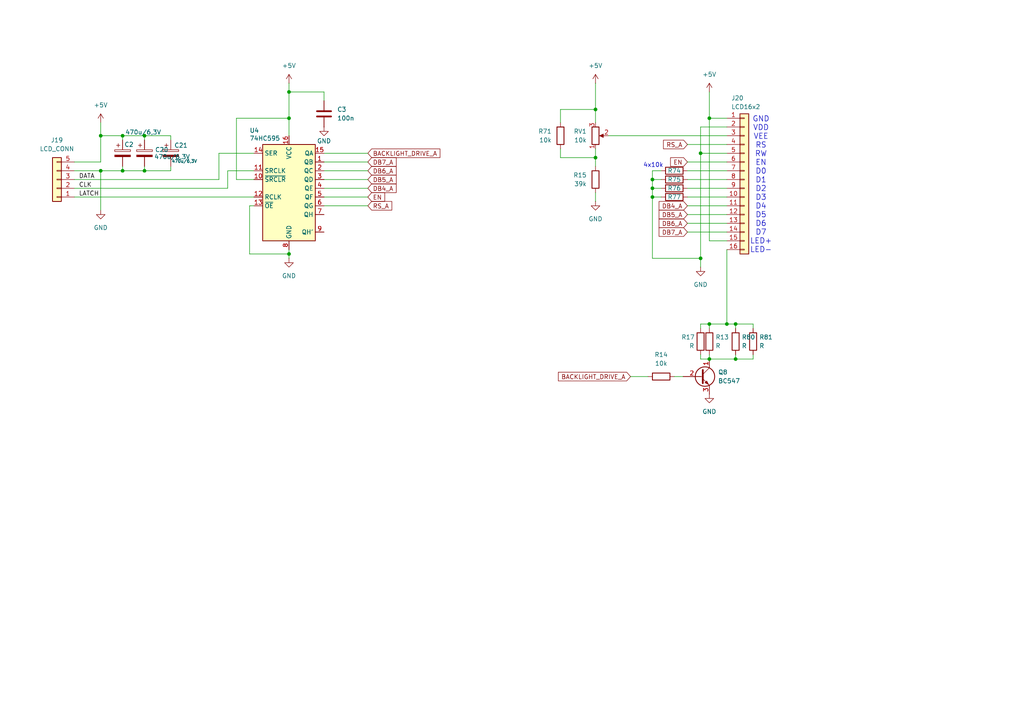
<source format=kicad_sch>
(kicad_sch (version 20231120) (generator "eeschema") (generator_version "8.0")
  (paper "A4")
  (lib_symbols
    (symbol "74xx:74HC595"
      (property "Reference" "U" (at -7.62 13.97 0))
      (property "Value" "74HC595" (at -7.62 -16.51 0))
      (symbol "74HC595_1_0"
        (pin tri_state line (at 10.16 7.62 180) (length 2.54) (name "QB") (number "1"))
        (pin input line (at -10.16 2.54 0) (length 2.54) (name "~{SRCLR}") (number "10"))
        (pin input line (at -10.16 5.08 0) (length 2.54) (name "SRCLK") (number "11"))
        (pin input line (at -10.16 -2.54 0) (length 2.54) (name "RCLK") (number "12"))
        (pin input line (at -10.16 -5.08 0) (length 2.54) (name "~{OE}") (number "13"))
        (pin input line (at -10.16 10.16 0) (length 2.54) (name "SER") (number "14"))
        (pin tri_state line (at 10.16 10.16 180) (length 2.54) (name "QA") (number "15"))
        (pin power_in line (at 0 15.24 270) (length 2.54) (name "VCC") (number "16"))
        (pin tri_state line (at 10.16 5.08 180) (length 2.54) (name "QC") (number "2"))
        (pin tri_state line (at 10.16 2.54 180) (length 2.54) (name "QD") (number "3"))
        (pin tri_state line (at 10.16 0 180) (length 2.54) (name "QE") (number "4"))
        (pin tri_state line (at 10.16 -2.54 180) (length 2.54) (name "QF") (number "5"))
        (pin tri_state line (at 10.16 -5.08 180) (length 2.54) (name "QG") (number "6"))
        (pin tri_state line (at 10.16 -7.62 180) (length 2.54) (name "QH") (number "7"))
        (pin power_in line (at 0 -17.78 90) (length 2.54) (name "GND") (number "8"))
        (pin output line (at 10.16 -12.7 180) (length 2.54) (name "QH'") (number "9"))
      )
      (symbol "74HC595_1_1"
        (rectangle (start -7.62 12.7) (end 7.62 -15.24) (stroke (width 0.254)) (fill (type background)))
      )
    )
    (symbol "Connector_Generic:Conn_01x05" (pin_names (offset 1.016) hide)
      (property "Reference" "J" (at 0 7.62 0))
      (property "Value" "Conn_01x05" (at 0 -7.62 0))
      (symbol "Conn_01x05_1_1"
        (rectangle (start -1.27 -4.953) (end 0 -5.207) (stroke (width 0.1524)))
        (rectangle (start -1.27 -2.413) (end 0 -2.667) (stroke (width 0.1524)))
        (rectangle (start -1.27 0.127) (end 0 -0.127) (stroke (width 0.1524)))
        (rectangle (start -1.27 2.667) (end 0 2.413) (stroke (width 0.1524)))
        (rectangle (start -1.27 5.207) (end 0 4.953) (stroke (width 0.1524)))
        (rectangle (start -1.27 6.35) (end 1.27 -6.35) (stroke (width 0.254)) (fill (type background)))
        (pin passive line (at -5.08 5.08 0) (length 3.81) (name "Pin_1") (number "1"))
        (pin passive line (at -5.08 2.54 0) (length 3.81) (name "Pin_2") (number "2"))
        (pin passive line (at -5.08 0 0) (length 3.81) (name "Pin_3") (number "3"))
        (pin passive line (at -5.08 -2.54 0) (length 3.81) (name "Pin_4") (number "4"))
        (pin passive line (at -5.08 -5.08 0) (length 3.81) (name "Pin_5") (number "5"))
      )
    )
    (symbol "Connector_Generic:Conn_01x16" (pin_names (offset 1.016) hide)
      (property "Reference" "J" (at 0 20.32 0))
      (property "Value" "Conn_01x16" (at 0 -22.86 0))
      (symbol "Conn_01x16_1_1"
        (rectangle (start -1.27 -20.193) (end 0 -20.447) (stroke (width 0.1524)))
        (rectangle (start -1.27 -17.653) (end 0 -17.907) (stroke (width 0.1524)))
        (rectangle (start -1.27 -15.113) (end 0 -15.367) (stroke (width 0.1524)))
        (rectangle (start -1.27 -12.573) (end 0 -12.827) (stroke (width 0.1524)))
        (rectangle (start -1.27 -10.033) (end 0 -10.287) (stroke (width 0.1524)))
        (rectangle (start -1.27 -7.493) (end 0 -7.747) (stroke (width 0.1524)))
        (rectangle (start -1.27 -4.953) (end 0 -5.207) (stroke (width 0.1524)))
        (rectangle (start -1.27 -2.413) (end 0 -2.667) (stroke (width 0.1524)))
        (rectangle (start -1.27 0.127) (end 0 -0.127) (stroke (width 0.1524)))
        (rectangle (start -1.27 2.667) (end 0 2.413) (stroke (width 0.1524)))
        (rectangle (start -1.27 5.207) (end 0 4.953) (stroke (width 0.1524)))
        (rectangle (start -1.27 7.747) (end 0 7.493) (stroke (width 0.1524)))
        (rectangle (start -1.27 10.287) (end 0 10.033) (stroke (width 0.1524)))
        (rectangle (start -1.27 12.827) (end 0 12.573) (stroke (width 0.1524)))
        (rectangle (start -1.27 15.367) (end 0 15.113) (stroke (width 0.1524)))
        (rectangle (start -1.27 17.907) (end 0 17.653) (stroke (width 0.1524)))
        (rectangle (start -1.27 19.05) (end 1.27 -21.59) (stroke (width 0.254)) (fill (type background)))
        (pin passive line (at -5.08 17.78 0) (length 3.81) (name "Pin_1") (number "1"))
        (pin passive line (at -5.08 -5.08 0) (length 3.81) (name "Pin_10") (number "10"))
        (pin passive line (at -5.08 -7.62 0) (length 3.81) (name "Pin_11") (number "11"))
        (pin passive line (at -5.08 -10.16 0) (length 3.81) (name "Pin_12") (number "12"))
        (pin passive line (at -5.08 -12.7 0) (length 3.81) (name "Pin_13") (number "13"))
        (pin passive line (at -5.08 -15.24 0) (length 3.81) (name "Pin_14") (number "14"))
        (pin passive line (at -5.08 -17.78 0) (length 3.81) (name "Pin_15") (number "15"))
        (pin passive line (at -5.08 -20.32 0) (length 3.81) (name "Pin_16") (number "16"))
        (pin passive line (at -5.08 15.24 0) (length 3.81) (name "Pin_2") (number "2"))
        (pin passive line (at -5.08 12.7 0) (length 3.81) (name "Pin_3") (number "3"))
        (pin passive line (at -5.08 10.16 0) (length 3.81) (name "Pin_4") (number "4"))
        (pin passive line (at -5.08 7.62 0) (length 3.81) (name "Pin_5") (number "5"))
        (pin passive line (at -5.08 5.08 0) (length 3.81) (name "Pin_6") (number "6"))
        (pin passive line (at -5.08 2.54 0) (length 3.81) (name "Pin_7") (number "7"))
        (pin passive line (at -5.08 0 0) (length 3.81) (name "Pin_8") (number "8"))
        (pin passive line (at -5.08 -2.54 0) (length 3.81) (name "Pin_9") (number "9"))
      )
    )
    (symbol "Device:C" (pin_numbers hide) (pin_names (offset 0.254))
      (property "Reference" "C" (at 0.635 2.54 0))
      (property "Value" "C" (at 0.635 -2.54 0))
      (symbol "C_0_1"
        (polyline (pts (xy -2.032 -0.762) (xy 2.032 -0.762)) (stroke (width 0.508)))
        (polyline (pts (xy -2.032 0.762) (xy 2.032 0.762)) (stroke (width 0.508)))
      )
      (symbol "C_1_1"
        (pin passive line (at 0 3.81 270) (length 2.794) (name "~") (number "1"))
        (pin passive line (at 0 -3.81 90) (length 2.794) (name "~") (number "2"))
      )
    )
    (symbol "Device:C_Polarized" (pin_numbers hide) (pin_names (offset 0.254))
      (property "Reference" "C" (at 0.635 2.54 0))
      (property "Value" "C_Polarized" (at 0.635 -2.54 0))
      (symbol "C_Polarized_0_1"
        (rectangle (start -2.286 0.508) (end 2.286 1.016))
        (polyline (pts (xy -1.778 2.286) (xy -0.762 2.286)))
        (polyline (pts (xy -1.27 2.794) (xy -1.27 1.778)))
        (rectangle (start 2.286 -0.508) (end -2.286 -1.016) (fill (type outline)))
      )
      (symbol "C_Polarized_1_1"
        (pin passive line (at 0 3.81 270) (length 2.794) (name "~") (number "1"))
        (pin passive line (at 0 -3.81 90) (length 2.794) (name "~") (number "2"))
      )
    )
    (symbol "Device:R" (pin_numbers hide) (pin_names (offset 0))
      (property "Reference" "R" (at 2.032 0 90))
      (property "Value" "R" (at 0 0 90))
      (symbol "R_0_1"
        (rectangle (start -1.016 -2.54) (end 1.016 2.54) (stroke (width 0.254)))
      )
      (symbol "R_1_1"
        (pin passive line (at 0 3.81 270) (length 1.27) (name "~") (number "1"))
        (pin passive line (at 0 -3.81 90) (length 1.27) (name "~") (number "2"))
      )
    )
    (symbol "Device:R_Potentiometer" (pin_names (offset 1.016) hide)
      (property "Reference" "RV" (at -4.445 0 90))
      (property "Value" "R_Potentiometer" (at -2.54 0 90))
      (symbol "R_Potentiometer_0_1"
        (polyline (pts (xy 2.54 0) (xy 1.524 0)))
        (polyline (pts (xy 1.143 0) (xy 2.286 0.508) (xy 2.286 -0.508) (xy 1.143 0)) (fill (type outline)))
        (rectangle (start 1.016 2.54) (end -1.016 -2.54) (stroke (width 0.254)))
      )
      (symbol "R_Potentiometer_1_1"
        (pin passive line (at 0 3.81 270) (length 1.27) (name "1") (number "1"))
        (pin passive line (at 3.81 0 180) (length 1.27) (name "2") (number "2"))
        (pin passive line (at 0 -3.81 90) (length 1.27) (name "3") (number "3"))
      )
    )
    (symbol "Transistor_BJT:BC547" (pin_names (offset 0) hide)
      (property "Reference" "Q" (at 5.08 1.905 0))
      (property "Value" "BC547" (at 5.08 0 0))
      (symbol "BC547_0_1"
        (polyline (pts (xy 0 0) (xy 0.635 0)))
        (polyline (pts (xy 0.635 0.635) (xy 2.54 2.54)))
        (polyline (pts (xy 0.635 -0.635) (xy 2.54 -2.54) (xy 2.54 -2.54)))
        (polyline (pts (xy 0.635 1.905) (xy 0.635 -1.905) (xy 0.635 -1.905)) (stroke (width 0.508)))
        (polyline (pts (xy 1.27 -1.778) (xy 1.778 -1.27) (xy 2.286 -2.286) (xy 1.27 -1.778) (xy 1.27 -1.778)) (fill (type outline)))
        (circle (center 1.27 0) (radius 2.8194) (stroke (width 0.254)))
      )
      (symbol "BC547_1_1"
        (pin passive line (at 2.54 5.08 270) (length 2.54) (name "C") (number "1"))
        (pin input line (at -5.08 0 0) (length 5.08) (name "B") (number "2"))
        (pin passive line (at 2.54 -5.08 90) (length 2.54) (name "E") (number "3"))
      )
    )
    (symbol "power:+5V" (power) (pin_numbers hide) (pin_names (offset 0) hide)
      (property "Value" "+5V" (at 0 3.556 0))
      (symbol "+5V_0_1"
        (polyline (pts (xy -0.762 1.27) (xy 0 2.54)))
        (polyline (pts (xy 0 0) (xy 0 2.54)))
        (polyline (pts (xy 0 2.54) (xy 0.762 1.27)))
      )
      (symbol "+5V_1_1"
        (pin power_in line (at 0 0 90) (length 0) (name "~") (number "1"))
      )
    )
    (symbol "power:GND" (power) (pin_numbers hide) (pin_names (offset 0) hide)
      (property "Value" "GND" (at 0 -3.81 0))
      (symbol "GND_0_1"
        (polyline (pts (xy 0 0) (xy 0 -1.27) (xy 1.27 -1.27) (xy 0 -2.54) (xy -1.27 -1.27) (xy 0 -1.27)))
      )
      (symbol "GND_1_1"
        (pin power_in line (at 0 0 270) (length 0) (name "~") (number "1"))
      )
    )
  )
  (junction (at 41.91 49.53))
  (junction (at 213.36 93.98))
  (junction (at 205.74 34.29))
  (junction (at 29.21 39.37))
  (junction (at 83.82 26.67))
  (junction (at 83.82 34.29))
  (junction (at 189.23 52.07))
  (junction (at 172.72 31.75))
  (junction (at 213.36 104.14))
  (junction (at 189.23 57.15))
  (junction (at 172.72 45.72))
  (junction (at 29.21 49.53))
  (junction (at 205.74 104.14))
  (junction (at 83.82 73.66))
  (junction (at 189.23 54.61))
  (junction (at 41.91 39.37))
  (junction (at 203.2 74.93))
  (junction (at 35.56 39.37))
  (junction (at 205.74 93.98))
  (junction (at 210.82 93.98))
  (junction (at 203.2 44.45))
  (junction (at 35.56 49.53))
  (wire (pts (xy 182.88 109.22) (xy 187.96 109.22)))
  (wire (pts (xy 29.21 46.99) (xy 21.59 46.99)))
  (wire (pts (xy 203.2 95.25) (xy 203.2 93.98)))
  (wire (pts (xy 29.21 39.37) (xy 35.56 39.37)))
  (wire (pts (xy 189.23 74.93) (xy 203.2 74.93)))
  (wire (pts (xy 41.91 49.53) (xy 49.53 49.53)))
  (wire (pts (xy 213.36 104.14) (xy 218.44 104.14)))
  (wire (pts (xy 41.91 49.53) (xy 35.56 49.53)))
  (wire (pts (xy 189.23 57.15) (xy 189.23 74.93)))
  (wire (pts (xy 176.53 39.37) (xy 210.82 39.37)))
  (wire (pts (xy 218.44 102.87) (xy 218.44 104.14)))
  (wire (pts (xy 93.98 49.53) (xy 106.68 49.53)))
  (wire (pts (xy 205.74 34.29) (xy 205.74 69.85)))
  (wire (pts (xy 199.39 57.15) (xy 210.82 57.15)))
  (wire (pts (xy 73.66 59.69) (xy 72.39 59.69)))
  (wire (pts (xy 41.91 39.37) (xy 35.56 39.37)))
  (wire (pts (xy 83.82 24.13) (xy 83.82 26.67)))
  (wire (pts (xy 41.91 48.26) (xy 41.91 49.53)))
  (wire (pts (xy 189.23 54.61) (xy 189.23 57.15)))
  (wire (pts (xy 93.98 46.99) (xy 106.68 46.99)))
  (wire (pts (xy 189.23 52.07) (xy 189.23 54.61)))
  (wire (pts (xy 63.5 52.07) (xy 21.59 52.07)))
  (wire (pts (xy 205.74 69.85) (xy 210.82 69.85)))
  (wire (pts (xy 41.91 40.64) (xy 41.91 39.37)))
  (wire (pts (xy 203.2 36.83) (xy 203.2 44.45)))
  (wire (pts (xy 73.66 44.45) (xy 63.5 44.45)))
  (wire (pts (xy 83.82 26.67) (xy 83.82 34.29)))
  (wire (pts (xy 66.04 54.61) (xy 21.59 54.61)))
  (wire (pts (xy 210.82 93.98) (xy 213.36 93.98)))
  (wire (pts (xy 63.5 44.45) (xy 63.5 52.07)))
  (wire (pts (xy 162.56 35.56) (xy 162.56 31.75)))
  (wire (pts (xy 199.39 54.61) (xy 210.82 54.61)))
  (wire (pts (xy 189.23 54.61) (xy 191.77 54.61)))
  (wire (pts (xy 199.39 49.53) (xy 210.82 49.53)))
  (wire (pts (xy 205.74 26.67) (xy 205.74 34.29)))
  (wire (pts (xy 73.66 52.07) (xy 68.58 52.07)))
  (wire (pts (xy 83.82 73.66) (xy 83.82 74.93)))
  (wire (pts (xy 93.98 59.69) (xy 106.68 59.69)))
  (wire (pts (xy 172.72 45.72) (xy 172.72 48.26)))
  (wire (pts (xy 203.2 44.45) (xy 210.82 44.45)))
  (wire (pts (xy 205.74 34.29) (xy 210.82 34.29)))
  (wire (pts (xy 93.98 29.21) (xy 93.98 26.67)))
  (wire (pts (xy 93.98 44.45) (xy 106.68 44.45)))
  (wire (pts (xy 83.82 72.39) (xy 83.82 73.66)))
  (wire (pts (xy 172.72 58.42) (xy 172.72 55.88)))
  (wire (pts (xy 21.59 57.15) (xy 73.66 57.15)))
  (wire (pts (xy 205.74 104.14) (xy 213.36 104.14)))
  (wire (pts (xy 199.39 41.91) (xy 210.82 41.91)))
  (wire (pts (xy 191.77 49.53) (xy 189.23 49.53)))
  (wire (pts (xy 68.58 34.29) (xy 83.82 34.29)))
  (wire (pts (xy 199.39 46.99) (xy 210.82 46.99)))
  (wire (pts (xy 203.2 74.93) (xy 203.2 77.47)))
  (wire (pts (xy 203.2 104.14) (xy 205.74 104.14)))
  (wire (pts (xy 72.39 73.66) (xy 83.82 73.66)))
  (wire (pts (xy 189.23 52.07) (xy 191.77 52.07)))
  (wire (pts (xy 29.21 49.53) (xy 29.21 60.96)))
  (wire (pts (xy 203.2 102.87) (xy 203.2 104.14)))
  (wire (pts (xy 205.74 102.87) (xy 205.74 104.14)))
  (wire (pts (xy 203.2 44.45) (xy 203.2 74.93)))
  (wire (pts (xy 172.72 31.75) (xy 172.72 35.56)))
  (wire (pts (xy 83.82 34.29) (xy 83.82 39.37)))
  (wire (pts (xy 73.66 49.53) (xy 66.04 49.53)))
  (wire (pts (xy 199.39 59.69) (xy 210.82 59.69)))
  (wire (pts (xy 93.98 54.61) (xy 106.68 54.61)))
  (wire (pts (xy 72.39 59.69) (xy 72.39 73.66)))
  (wire (pts (xy 93.98 26.67) (xy 83.82 26.67)))
  (wire (pts (xy 195.58 109.22) (xy 198.12 109.22)))
  (wire (pts (xy 49.53 49.53) (xy 49.53 48.26)))
  (wire (pts (xy 29.21 39.37) (xy 29.21 46.99)))
  (wire (pts (xy 218.44 93.98) (xy 218.44 95.25)))
  (wire (pts (xy 68.58 52.07) (xy 68.58 34.29)))
  (wire (pts (xy 66.04 49.53) (xy 66.04 54.61)))
  (wire (pts (xy 205.74 93.98) (xy 210.82 93.98)))
  (wire (pts (xy 29.21 49.53) (xy 35.56 49.53)))
  (wire (pts (xy 213.36 102.87) (xy 213.36 104.14)))
  (wire (pts (xy 199.39 52.07) (xy 210.82 52.07)))
  (wire (pts (xy 213.36 93.98) (xy 218.44 93.98)))
  (wire (pts (xy 213.36 93.98) (xy 213.36 95.25)))
  (wire (pts (xy 199.39 67.31) (xy 210.82 67.31)))
  (wire (pts (xy 29.21 39.37) (xy 29.21 35.56)))
  (wire (pts (xy 21.59 49.53) (xy 29.21 49.53)))
  (wire (pts (xy 189.23 49.53) (xy 189.23 52.07)))
  (wire (pts (xy 41.91 39.37) (xy 49.53 39.37)))
  (wire (pts (xy 162.56 31.75) (xy 172.72 31.75)))
  (wire (pts (xy 210.82 72.39) (xy 210.82 93.98)))
  (wire (pts (xy 205.74 93.98) (xy 205.74 95.25)))
  (wire (pts (xy 93.98 52.07) (xy 106.68 52.07)))
  (wire (pts (xy 162.56 45.72) (xy 172.72 45.72)))
  (wire (pts (xy 189.23 57.15) (xy 191.77 57.15)))
  (wire (pts (xy 172.72 43.18) (xy 172.72 45.72)))
  (wire (pts (xy 35.56 39.37) (xy 35.56 40.64)))
  (wire (pts (xy 203.2 93.98) (xy 205.74 93.98)))
  (wire (pts (xy 49.53 39.37) (xy 49.53 40.64)))
  (wire (pts (xy 35.56 48.26) (xy 35.56 49.53)))
  (wire (pts (xy 93.98 57.15) (xy 106.68 57.15)))
  (wire (pts (xy 199.39 64.77) (xy 210.82 64.77)))
  (wire (pts (xy 199.39 62.23) (xy 210.82 62.23)))
  (wire (pts (xy 172.72 24.13) (xy 172.72 31.75)))
  (wire (pts (xy 210.82 36.83) (xy 203.2 36.83)))
  (wire (pts (xy 162.56 43.18) (xy 162.56 45.72)))
  (text "4x10k" (at 189.484 48.006 0) (effects (font (size 1.27 1.27))))
  (text "GND\nVDD\nVEE\nRS\nRW\nEN\nD0\nD1\nD2\nD3\nD4\nD5\nD6\nD7\nLED+\nLED-" (at 220.726 53.594 0) (effects (font (size 1.57 1.57))))
  (label "DATA" (at 22.86 52.07 0))
  (label "LATCH" (at 22.86 57.15 0))
  (label "CLK" (at 22.86 54.61 0))
  (global_label "DB4_A" (shape input) (at 106.68 54.61 0) (property "Intersheetrefs" "${INTERSHEET_REFS}" (effects (hide yes))))
  (global_label "DB6_A" (shape input) (at 106.68 49.53 0) (property "Intersheetrefs" "${INTERSHEET_REFS}" (effects (hide yes))))
  (global_label "BACKLIGHT_DRIVE_A" (shape input) (at 182.88 109.22 180) (property "Intersheetrefs" "${INTERSHEET_REFS}" (effects (hide yes))))
  (global_label "DB5_A" (shape input) (at 199.39 62.23 180) (property "Intersheetrefs" "${INTERSHEET_REFS}" (effects (hide yes))))
  (global_label "DB7_A" (shape input) (at 199.39 67.31 180) (property "Intersheetrefs" "${INTERSHEET_REFS}" (effects (hide yes))))
  (global_label "DB7_A" (shape input) (at 106.68 46.99 0) (property "Intersheetrefs" "${INTERSHEET_REFS}" (effects (hide yes))))
  (global_label "DB5_A" (shape input) (at 106.68 52.07 0) (property "Intersheetrefs" "${INTERSHEET_REFS}" (effects (hide yes))))
  (global_label "RS_A" (shape input) (at 199.39 41.91 180) (property "Intersheetrefs" "${INTERSHEET_REFS}" (effects (hide yes))))
  (global_label "RS_A" (shape input) (at 106.68 59.69 0) (property "Intersheetrefs" "${INTERSHEET_REFS}" (effects (hide yes))))
  (global_label "EN" (shape input) (at 199.39 46.99 180) (property "Intersheetrefs" "${INTERSHEET_REFS}" (effects (hide yes))))
  (global_label "DB4_A" (shape input) (at 199.39 59.69 180) (property "Intersheetrefs" "${INTERSHEET_REFS}" (effects (hide yes))))
  (global_label "BACKLIGHT_DRIVE_A" (shape input) (at 106.68 44.45 0) (property "Intersheetrefs" "${INTERSHEET_REFS}" (effects (hide yes))))
  (global_label "DB6_A" (shape input) (at 199.39 64.77 180) (property "Intersheetrefs" "${INTERSHEET_REFS}" (effects (hide yes))))
  (global_label "EN" (shape input) (at 106.68 57.15 0) (property "Intersheetrefs" "${INTERSHEET_REFS}" (effects (hide yes))))
  (symbol (lib_id "power:GND") (at 205.74 114.3 0) (unit 1)
    (property "Reference" "#PWR012" (effects (hide yes)))
    (property "Value" "GND" (at 205.74 119.38 0))
    (property "Description" "Power symbol creates a global label with name \"GND\" , ground" (effects (hide yes)))
    (instances (project "Bidirectional_Power_Converter_24V-12V_with_BMS" (path "" (reference "#PWR012") (unit 1))) (project "Misc_PCB" (path "" (reference "#PWR0114") (unit 1))))
  )
  (symbol (lib_id "power:GND") (at 203.2 77.47 0) (unit 1)
    (property "Reference" "#PWR0112" (effects (hide yes)))
    (property "Value" "GND" (at 203.2 82.55 0))
    (property "Description" "Power symbol creates a global label with name \"GND\" , ground" (effects (hide yes)))
  )
  (symbol (lib_id "Connector_Generic:Conn_01x16") (at 215.9 52.07 0) (unit 1)
    (property "Reference" "J20" (at 212.09 28.448 0) (effects (justify left)))
    (property "Value" "LCD16x2" (at 212.09 30.988 0) (effects (justify left)))
    (property "Footprint" "Connector_PinSocket_2.54mm:PinSocket_1x16_P2.54mm_Vertical" (effects (hide yes)))
    (property "Description" "Generic connector, single row, 01x16, script generated (kicad-library-utils/schlib/autogen/connector/)" (effects (hide yes)))
  )
  (symbol (lib_id "Device:C_Polarized") (at 41.91 44.45 0) (unit 1)
    (property "Reference" "C20" (at 44.958 43.434 0) (effects (justify left)))
    (property "Value" "470u/6,3V" (at 44.704 45.466 0) (effects (justify left)))
    (property "Footprint" "Capacitor_Tantalum_SMD:CP_EIA-3528-21_Kemet-B" (effects (hide yes)))
    (property "Description" "Polarized capacitor" (effects (hide yes)))
  )
  (symbol (lib_id "Device:C_Polarized") (at 49.53 44.45 0) (unit 1)
    (property "Reference" "C21" (at 50.546 42.164 0) (effects (justify left)))
    (property "Value" "470u/6,3V" (at 49.784 46.736 0) (effects (font (size 0.9 0.9)) (justify left)))
    (property "Footprint" "Capacitor_SMD:CP_Elec_5x5.7" (effects (hide yes)))
    (property "Description" "Polarized capacitor" (effects (hide yes)))
  )
  (symbol (lib_id "power:+5V") (at 172.72 24.13 0) (mirror y) (unit 1)
    (property "Reference" "#PWR014" (effects (hide yes)))
    (property "Value" "+5V" (at 172.72 19.05 0))
    (property "Description" "Power symbol creates a global label with name \"+5V\"" (effects (hide yes)))
    (instances (project "Bidirectional_Power_Converter_24V-12V_with_BMS" (path "" (reference "#PWR014") (unit 1))) (project "Misc_PCB" (path "" (reference "#PWR0110") (unit 1))))
  )
  (symbol (lib_id "Device:R") (at 218.44 99.06 0) (unit 1)
    (property "Reference" "R81" (at 220.218 97.79 0) (effects (justify left)))
    (property "Value" "R" (at 220.218 100.33 0) (effects (justify left)))
    (property "Footprint" "Resistor_SMD:R_1206_3216Metric" (effects (hide yes)))
    (property "Description" "Resistor" (effects (hide yes)))
  )
  (symbol (lib_id "74xx:74HC595") (at 83.82 54.61 0) (unit 1)
    (property "Reference" "U4" (at 72.39 37.846 0) (effects (justify left)))
    (property "Value" "74HC595" (at 72.39 40.132 0) (effects (justify left)))
    (property "Footprint" "Package_SO:SOIC-16_3.9x9.9mm_P1.27mm" (effects (hide yes)))
    (property "Datasheet" "http://www.ti.com/lit/ds/symlink/sn74hc595.pdf" (effects (hide yes)))
    (property "Description" "8-bit serial in/out Shift Register 3-State Outputs" (effects (hide yes)))
    (instances (project "Bidirectional_Power_Converter_24V-12V_with_BMS" (path "" (reference "U4") (unit 1))) (project "Misc_PCB" (path "" (reference "U14") (unit 1))))
  )
  (symbol (lib_id "Device:R") (at 213.36 99.06 0) (unit 1)
    (property "Reference" "R80" (at 215.138 97.79 0) (effects (justify left)))
    (property "Value" "R" (at 215.138 100.33 0) (effects (justify left)))
    (property "Footprint" "Resistor_SMD:R_1206_3216Metric" (effects (hide yes)))
    (property "Description" "Resistor" (effects (hide yes)))
  )
  (symbol (lib_id "Device:R") (at 195.58 52.07 90) (mirror x) (unit 1)
    (property "Reference" "R75" (at 195.58 52.07 90))
    (property "Value" "10k" (effects (hide yes)))
    (property "Footprint" "Resistor_SMD:R_0805_2012Metric" (effects (hide yes)))
    (property "Description" "Resistor" (effects (hide yes)))
  )
  (symbol (lib_id "Device:R_Potentiometer") (at 172.72 39.37 0) (mirror x) (unit 1)
    (property "Reference" "RV1" (at 170.18 38.0999 0) (effects (justify right)))
    (property "Value" "10k" (at 170.18 40.6399 0) (effects (justify right)))
    (property "Footprint" "Potentiometer_THT:Potentiometer_ACP_CA9-V10_Vertical" (effects (hide yes)))
    (property "Description" "Potentiometer" (effects (hide yes)))
    (instances (project "Bidirectional_Power_Converter_24V-12V_with_BMS" (path "" (reference "RV1") (unit 1))) (project "Misc_PCB" (path "" (reference "RV3") (unit 1))))
  )
  (symbol (lib_id "power:+5V") (at 205.74 26.67 0) (unit 1)
    (property "Reference" "#PWR08" (effects (hide yes)))
    (property "Value" "+5V" (at 205.74 21.59 0))
    (property "Description" "Power symbol creates a global label with name \"+5V\"" (effects (hide yes)))
    (instances (project "Bidirectional_Power_Converter_24V-12V_with_BMS" (path "" (reference "#PWR08") (unit 1))) (project "Misc_PCB" (path "" (reference "#PWR0113") (unit 1))))
  )
  (symbol (lib_id "Transistor_BJT:BC547") (at 203.2 109.22 0) (unit 1)
    (property "Reference" "Q8" (at 208.28 107.9499 0) (effects (justify left)))
    (property "Value" "BC547" (at 208.28 110.4899 0) (effects (justify left)))
    (property "Footprint" "My-Footprints:TO-92_Inline_LITTLE_BIGGER" (effects (hide yes)))
    (property "Datasheet" "https://www.onsemi.com/pub/Collateral/BC550-D.pdf" (effects (hide yes)))
    (property "Description" "0.1A Ic, 45V Vce, Small Signal NPN Transistor, TO-92" (effects (hide yes)))
    (instances (project "Bidirectional_Power_Converter_24V-12V_with_BMS" (path "" (reference "Q8") (unit 1))) (project "Misc_PCB" (path "" (reference "Q19") (unit 1))))
  )
  (symbol (lib_id "power:+5V") (at 83.82 24.13 0) (unit 1)
    (property "Reference" "#PWR011" (effects (hide yes)))
    (property "Value" "+5V" (at 83.82 19.05 0))
    (property "Description" "Power symbol creates a global label with name \"+5V\"" (effects (hide yes)))
    (instances (project "Bidirectional_Power_Converter_24V-12V_with_BMS" (path "" (reference "#PWR011") (unit 1))) (project "Misc_PCB" (path "" (reference "#PWR0107") (unit 1))))
  )
  (symbol (lib_id "Device:R") (at 191.77 109.22 90) (unit 1)
    (property "Reference" "R14" (at 191.77 102.87 90))
    (property "Value" "10k" (at 191.77 105.41 90))
    (property "Footprint" "Resistor_SMD:R_0805_2012Metric" (effects (hide yes)))
    (property "Description" "Resistor" (effects (hide yes)))
    (instances (project "Bidirectional_Power_Converter_24V-12V_with_BMS" (path "" (reference "R14") (unit 1))) (project "Misc_PCB" (path "" (reference "R73") (unit 1))))
  )
  (symbol (lib_id "power:GND") (at 172.72 58.42 0) (mirror y) (unit 1)
    (property "Reference" "#PWR013" (effects (hide yes)))
    (property "Value" "GND" (at 172.72 63.5 0))
    (property "Description" "Power symbol creates a global label with name \"GND\" , ground" (effects (hide yes)))
    (instances (project "Bidirectional_Power_Converter_24V-12V_with_BMS" (path "" (reference "#PWR013") (unit 1))) (project "Misc_PCB" (path "" (reference "#PWR0111") (unit 1))))
  )
  (symbol (lib_id "power:+5V") (at 29.21 35.56 0) (unit 1)
    (property "Reference" "#PWR015" (effects (hide yes)))
    (property "Value" "+5V" (at 29.21 30.48 0))
    (property "Description" "Power symbol creates a global label with name \"+5V\"" (effects (hide yes)))
    (instances (project "Bidirectional_Power_Converter_24V-12V_with_BMS" (path "" (reference "#PWR015") (unit 1))) (project "Misc_PCB" (path "" (reference "#PWR0105") (unit 1))))
  )
  (symbol (lib_id "Device:R") (at 205.74 99.06 0) (unit 1)
    (property "Reference" "R13" (at 207.518 97.79 0) (effects (justify left)))
    (property "Value" "R" (at 207.518 100.33 0) (effects (justify left)))
    (property "Footprint" "Resistor_THT:R_Axial_DIN0207_L6.3mm_D2.5mm_P10.16mm_Horizontal" (effects (hide yes)))
    (property "Description" "Resistor" (effects (hide yes)))
    (instances (project "Bidirectional_Power_Converter_24V-12V_with_BMS" (path "" (reference "R13") (unit 1))) (project "Misc_PCB" (path "" (reference "R79") (unit 1))))
  )
  (symbol (lib_id "Connector_Generic:Conn_01x05") (at 16.51 52.07 180) (unit 1)
    (property "Reference" "J19" (at 16.51 40.64 0))
    (property "Value" "LCD_CONN" (at 16.51 43.18 0))
    (property "Footprint" "Connector_JST:JST_XA_B05B-XASK-1_1x05_P2.50mm_Vertical" (effects (hide yes)))
    (property "Description" "Generic connector, single row, 01x05, script generated (kicad-library-utils/schlib/autogen/connector/)" (effects (hide yes)))
  )
  (symbol (lib_id "Device:R") (at 203.2 99.06 0) (unit 1)
    (property "Reference" "R17" (at 197.612 97.79 0) (effects (justify left)))
    (property "Value" "R" (at 199.898 100.33 0) (effects (justify left)))
    (property "Footprint" "Resistor_THT:R_Axial_DIN0207_L6.3mm_D2.5mm_P10.16mm_Horizontal" (effects (hide yes)))
    (property "Description" "Resistor" (effects (hide yes)))
    (instances (project "Bidirectional_Power_Converter_24V-12V_with_BMS" (path "" (reference "R17") (unit 1))) (project "Misc_PCB" (path "" (reference "R78") (unit 1))))
  )
  (symbol (lib_id "Device:C") (at 93.98 33.02 0) (unit 1)
    (property "Reference" "C3" (at 97.79 31.7499 0) (effects (justify left)))
    (property "Value" "100n" (at 97.79 34.2899 0) (effects (justify left)))
    (property "Footprint" "Capacitor_SMD:C_0805_2012Metric" (effects (hide yes)))
    (property "Description" "Unpolarized capacitor" (effects (hide yes)))
    (instances (project "Bidirectional_Power_Converter_24V-12V_with_BMS" (path "" (reference "C3") (unit 1))) (project "Misc_PCB" (path "" (reference "C22") (unit 1))))
  )
  (symbol (lib_id "power:GND") (at 83.82 74.93 0) (unit 1)
    (property "Reference" "#PWR010" (effects (hide yes)))
    (property "Value" "GND" (at 83.82 80.01 0))
    (property "Description" "Power symbol creates a global label with name \"GND\" , ground" (effects (hide yes)))
    (instances (project "Bidirectional_Power_Converter_24V-12V_with_BMS" (path "" (reference "#PWR010") (unit 1))) (project "Misc_PCB" (path "" (reference "#PWR0108") (unit 1))))
  )
  (symbol (lib_id "power:GND") (at 93.98 36.83 0) (unit 1)
    (property "Reference" "#PWR017" (effects (hide yes)))
    (property "Value" "GND" (at 93.98 40.894 0))
    (property "Description" "Power symbol creates a global label with name \"GND\" , ground" (effects (hide yes)))
    (instances (project "Bidirectional_Power_Converter_24V-12V_with_BMS" (path "" (reference "#PWR017") (unit 1))) (project "Misc_PCB" (path "" (reference "#PWR0109") (unit 1))))
  )
  (symbol (lib_id "Device:R") (at 172.72 52.07 0) (mirror y) (unit 1)
    (property "Reference" "R15" (at 170.18 50.7999 0) (effects (justify left)))
    (property "Value" "39k" (at 170.18 53.3399 0) (effects (justify left)))
    (property "Footprint" "Resistor_SMD:R_0805_2012Metric" (effects (hide yes)))
    (property "Description" "Resistor" (effects (hide yes)))
    (instances (project "Bidirectional_Power_Converter_24V-12V_with_BMS" (path "" (reference "R15") (unit 1))) (project "Misc_PCB" (path "" (reference "R72") (unit 1))))
  )
  (symbol (lib_id "Device:R") (at 195.58 49.53 90) (mirror x) (unit 1)
    (property "Reference" "R74" (at 195.58 49.53 90))
    (property "Value" "10k" (effects (hide yes)))
    (property "Footprint" "Resistor_SMD:R_0805_2012Metric" (effects (hide yes)))
    (property "Description" "Resistor" (effects (hide yes)))
  )
  (symbol (lib_id "Device:C_Polarized") (at 35.56 44.45 0) (unit 1)
    (property "Reference" "C2" (at 36.068 41.91 0) (effects (justify left)))
    (property "Value" "470u/6,3V" (at 36.322 38.354 0) (effects (justify left)))
    (property "Footprint" "Capacitor_Tantalum_SMD:CP_EIA-3528-21_Kemet-B" (effects (hide yes)))
    (property "Description" "Polarized capacitor" (effects (hide yes)))
    (instances (project "Bidirectional_Power_Converter_24V-12V_with_BMS" (path "" (reference "C2") (unit 1))) (project "Misc_PCB" (path "" (reference "C19") (unit 1))))
  )
  (symbol (lib_id "power:GND") (at 29.21 60.96 0) (unit 1)
    (property "Reference" "#PWR016" (effects (hide yes)))
    (property "Value" "GND" (at 29.21 66.04 0))
    (property "Description" "Power symbol creates a global label with name \"GND\" , ground" (effects (hide yes)))
    (instances (project "Bidirectional_Power_Converter_24V-12V_with_BMS" (path "" (reference "#PWR016") (unit 1))) (project "Misc_PCB" (path "" (reference "#PWR0106") (unit 1))))
  )
  (symbol (lib_id "Device:R") (at 195.58 54.61 90) (mirror x) (unit 1)
    (property "Reference" "R76" (at 195.58 54.61 90))
    (property "Value" "10k" (effects (hide yes)))
    (property "Footprint" "Resistor_SMD:R_0805_2012Metric" (effects (hide yes)))
    (property "Description" "Resistor" (effects (hide yes)))
  )
  (symbol (lib_id "Device:R") (at 195.58 57.15 90) (mirror x) (unit 1)
    (property "Reference" "R77" (at 195.58 57.15 90))
    (property "Value" "10k" (effects (hide yes)))
    (property "Footprint" "Resistor_SMD:R_0805_2012Metric" (effects (hide yes)))
    (property "Description" "Resistor" (effects (hide yes)))
  )
  (symbol (lib_id "Device:R") (at 162.56 39.37 0) (mirror x) (unit 1)
    (property "Reference" "R71" (at 160.02 38.0999 0) (effects (justify right)))
    (property "Value" "10k" (at 160.02 40.6399 0) (effects (justify right)))
    (property "Footprint" "Resistor_SMD:R_0805_2012Metric" (effects (hide yes)))
    (property "Description" "Resistor" (effects (hide yes)))
  )
)
</source>
